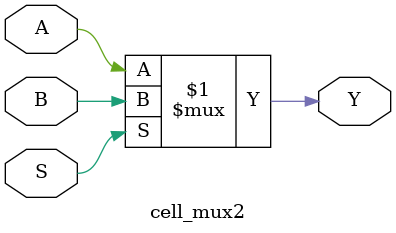
<source format=v>
module cell_mux2 (
    input   A,
    input   B,
    input   S,
    output  Y
);

assign Y = S ? B : A;

endmodule

</source>
